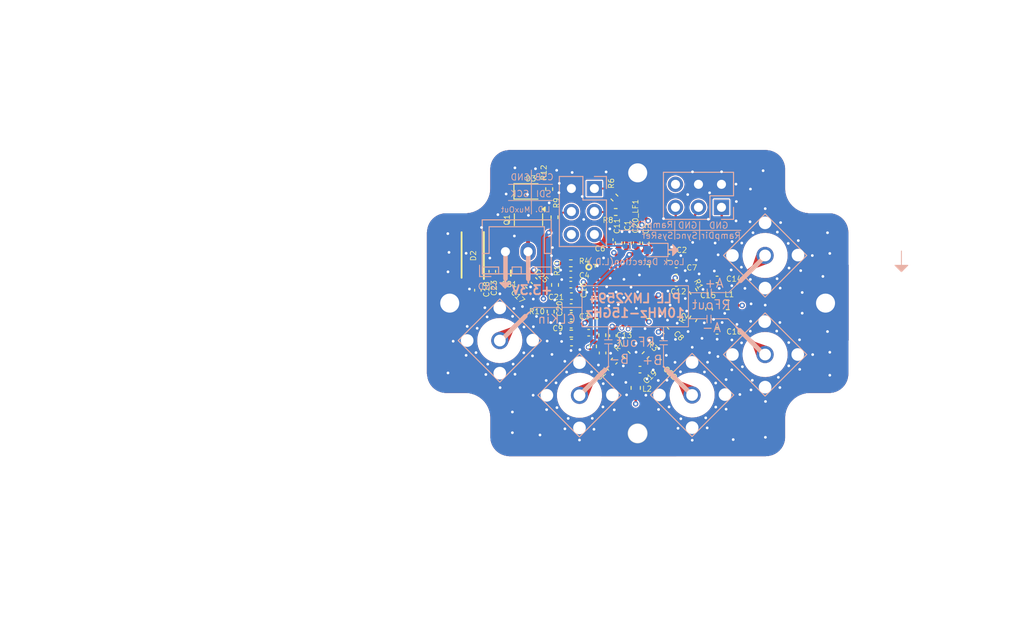
<source format=kicad_pcb>
(kicad_pcb (version 20240108) (generator "pcbnew") (generator_version "8.0")
  (layers (0 "F.Cu" signal) (1 "In1.Cu" signal) (2 "In2.Cu" signal) (31 "B.Cu" signal) (34 "B.Paste" user) (35 "F.Paste" user) (36 "B.SilkS" user "B.Silkscreen") (37 "F.SilkS" user "F.Silkscreen") (38 "B.Mask" user) (39 "F.Mask" user) (44 "Edge.Cuts" user))
  (net 0 "")
  (net 1 "Net-(U1-CE)")
  (net 2 "GND")
  (net 3 "Net-(U1-VBIASVCO)")
  (net 4 "/RAMPCIK")
  (net 5 "/VCC")
  (net 6 "/OSCINP-")
  (net 7 "/OSCINP+")
  (net 8 "Net-(U1-VREGIN)")
  (net 9 "/CPOUT")
  (net 10 "/SDI")
  (net 11 "/SCK")
  (net 12 "/MUXOUT")
  (net 13 "/RFoutAM-")
  (net 14 "/RFoutAM+")
  (net 15 "/CSB")
  (net 16 "Net-(U1-VBIASVCO2)")
  (net 17 "/RAMPDIR")
  (net 18 "Net-(U1-VREFVCO2)")
  (net 19 "/SYNC")
  (net 20 "/SYSREFREQ")
  (net 21 "Net-(U1-VBIASVARAC)")
  (net 22 "/VTUNER")
  (net 23 "Net-(U1-VREFVCO)")
  (net 24 "Net-(U1-VREGVCO)")
  (net 25 "Net-(C15-Pad2)")
  (net 26 "Net-(C21-Pad2)")
  (net 27 "Net-(C21_LF1-Pad2)")
  (net 28 "Net-(C22_LF1-Pad1)")
  (net 29 "Net-(D1-A)")
  (net 30 "/RFoutBM+")
  (net 31 "/RFoutBM-")
  (net 32 "Net-(J1-In)")
  (net 33 "Net-(C19-Pad2)")
  (net 34 "Net-(J6-In)")
  (net 35 "Net-(J9-In)")
  (net 36 "Net-(J7-In)")
  (net 37 "Net-(J8-In)")
  (net 38 "Net-(J2-Pin_2)")
  (net 39 "Net-(D2-K)")
  (net 40 "Net-(D3-A)")
  (net 41 "Net-(J10-Pin_4)")
  (net 42 "Net-(J10-Pin_3)")
  (net 43 "Net-(J10-Pin_1)")
  (net 44 "Net-(J10-Pin_5)")
  (footprint "Capacitor_SMD:C_0402_1005Metric" (layer "F.Cu") (at 150.62 71.75 90)
    (property "Reference" "C5")
    (property "Value" "10uF")
  )
  (footprint "Capacitor_SMD:C_0402_1005Metric" (layer "F.Cu") (at 142.34 75.21 180)
    (property "Reference" "C4")
    (property "Value" "10uF")
  )
  (footprint "Capacitor_SMD:C_0402_1005Metric" (layer "F.Cu") (at 142.42 82.75)
    (property "Reference" "C23_LF1" (hide yes))
    (property "Value" "330 pF")
  )
  (footprint "Resistor_SMD:R_0402_1005Metric" (layer "F.Cu") (at 148.51 84.11 135)
    (property "Reference" "R7")
    (property "Value" "50")
  )
  (footprint "Resistor_SMD:R_0402_1005Metric" (layer "F.Cu") (at 140.6 76.38 90)
    (property "Reference" "R11")
    (property "Value" "51")
  )
  (footprint "Capacitor_SMD:C_0402_1005Metric" (layer "F.Cu") (at 158.496 75.774 180)
    (property "Reference" "C14")
    (property "Value" "0.1uF")
  )
  (footprint "Capacitor_SMD:C_0402_1005Metric" (layer "F.Cu") (at 142.39 79.8 180)
    (property "Reference" "C3")
    (property "Value" "1uF")
  )
  (footprint "MUSIC_Lab:Bead0603 BEADC1608X100N" (layer "F.Cu") (at 135.72 75.07)
    (property "Reference" "FB1")
    (property "Value" "Bead MG1608-152Y" (hide yes))
  )
  (footprint "Capacitor_SMD:C_0402_1005Metric" (layer "F.Cu") (at 153.16 73.33)
    (property "Reference" "C2")
    (property "Value" "10uF")
  )
  (footprint "Resistor_SMD:R_0402_1005Metric" (layer "F.Cu") (at 142.339999 73.99)
    (property "Reference" "R4")
    (property "Value" "100k")
  )
  (footprint "Capacitor_SMD:C_0402_1005Metric" (layer "F.Cu") (at 142.34 76.34 180)
    (property "Reference" "C10")
    (property "Value" "1uF")
  )
  (footprint "MUSIC_Lab:TVS DIOM5226X230N" (layer "F.Cu") (at 131.572 73.152 90)
    (property "Reference" "D2")
    (property "Value" "TVS SMAJ3.3A-TP" (hide yes))
  )
  (footprint "Resistor_SMD:R_0402_1005Metric" (layer "F.Cu") (at 140.54 68.9 -90)
    (property "Reference" "R9")
    (property "Value" "12K")
  )
  (footprint "Resistor_SMD:R_0402_1005Metric" (layer "F.Cu") (at 147.3 68.32 180)
    (property "Reference" "R8")
    (property "Value" "12K")
  )
  (footprint "Diode_SMD:D_SOD-323" (layer "F.Cu") (at 137.668 66.04)
    (property "Reference" "D3")
    (property "Value" "D_Schottky")
  )
  (footprint "Resistor_SMD:R_0402_1005Metric" (layer "F.Cu") (at 142.39 81.76 180)
    (property "Reference" "R7_LF1" (hide yes))
    (property "Value" "15")
  )
  (footprint "MUSIC_Lab:Outline_3x2_cavity_1.5mm" (layer "F.Cu") (at 79.556252 103.871921)
    (property "Reference" "outline1" (hide yes))
    (property "Value" "~" (hide yes))
    (fp_circle (center 70.163748 -11.081921) (end 70.163748 -12.131921) (stroke (width 0.1)) (fill none) (layer "Edge.Cuts"))
    (fp_poly (pts (arc (start 53.907539 -10.683414) (mid 54.522614 -9.198523) (end 56.007491 -8.583414)) (arc (start 84.347539 -8.583413) (mid 85.832429 -9.198514) (end 86.447539 -10.683401)) (arc (start 86.447539 -12.783401) (mid 87.267035 -14.754369) (end 89.242316 -15.563414)) (arc (start 91.327539 -15.563414) (mid 92.812429 -16.178514) (end 93.427539 -17.663401)) (arc (start 93.427539 -33.319696) (mid 92.806647 -34.794049) (end 91.327491 -35.403414)) (arc (start 89.227491 -35.403414) (mid 87.26178 -36.217689) (end 86.447539 -38.183414)) (arc (start 86.447539 -40.266906) (mid 85.838239 -41.762457) (end 84.347491 -42.383415)) (arc (start 55.994958 -42.383414) (mid 54.518224 -41.763835) (end 53.907539 -40.283401)) (arc (start 53.907539 -38.1834) (mid 53.093262 -36.217681) (end 51.127539 -35.403414)) (arc (start 49.014958 -35.403414) (mid 47.538224 -34.783835) (end 46.927539 -33.303401)) (arc (start 46.927539 -17.663414) (mid 47.542614 -16.178523) (end 49.027491 -15.563414)) (arc (start 51.127391 -15.563414) (mid 53.086569 -14.755788) (end 53.907539 -12.802164))) (stroke (width 0.0001)) (fill none) (layer "Edge.Cuts"))
  )
  (footprint "Capacitor_SMD:C_0402_1005Metric" (layer "F.Cu") (at 146.9898 81.9912 90)
    (property "Reference" "C13")
    (property "Value" "1uF")
  )
  (footprint "Capacitor_SMD:C_0402_1005Metric" (layer "F.Cu") (at 152.8318 81.4324 -45)
    (property "Reference" "C8")
    (property "Value" "0.1uF")
  )
  (footprint "Capacitor_SMD:C_0402_1005Metric" (layer "F.Cu") (at 148.63 71.73 90)
    (property "Reference" "C1")
    (property "Value" "10uF")
  )
  (footprint "Resistor_SMD:R_0402_1005Metric" (layer "F.Cu") (at 140.12 79.32 90)
    (property "Reference" "R10")
    (property "Value" "51")
  )
  (footprint "Capacitor_SMD:C_0402_1005Metric" (layer "F.Cu") (at 157.61 79.05 90)
    (property "Reference" "C15")
    (property "Value" "0.01uF")
  )
  (footprint "Resistor_SMD:R_0402_1005Metric" (layer "F.Cu") (at 147.16 66.72 135)
    (property "Reference" "R6")
    (property "Value" "12K")
  )
  (footprint "Resistor_SMD:R_0402_1005Metric" (layer "F.Cu") (at 139.954 65.786 -90)
    (property "Reference" "R12")
    (property "Value" "10 kohm")
  )
  (footprint "Capacitor_SMD:C_0402_1005Metric" (layer "F.Cu") (at 142.38 80.78 180)
    (property "Reference" "C9")
    (property "Value" "1uF")
  )
  (footprint "Resistor_SMD:R_0402_1005Metric" (layer "F.Cu") (at 144.79 83.17 90)
    (property "Reference" "R5_LF1" (hide yes))
    (property "Value" "22")
  )
  (footprint "Capacitor_SMD:C_0402_1005Metric" (layer "F.Cu") (at 147.12 84.8 45)
    (property "Reference" "C24")
    (property "Value" "0.1uF")
  )
  (footprint "Capacitor_SMD:C_0402_1005Metric" (layer "F.Cu") (at 133.67 74.88 -90)
    (property "Reference" "C23")
    (property "Value" "1uF")
  )
  (footprint "Capacitor_SMD:C_0402_1005Metric" (layer "F.Cu") (at 147.62 71.72 90)
    (property "Reference" "C11")
    (property "Value" "1uF")
  )
  (footprint "Capacitor_SMD:C_0402_1005Metric" (layer "F.Cu") (at 145.85 83.9 90)
    (property "Reference" "C21_LF1" (hide yes))
    (property "Value" "C_Small")
  )
  (footprint "MUSIC_Lab:LMX2594-QFN41N" (layer "F.Cu") (at 148.0368 77.1144)
    (property "Reference" "U1" (hide yes))
    (property "Value" "~" (hide yes))
  )
  (footprint "Resistor_SMD:R_0402_1005Metric" (layer "F.Cu") (at 155.86 77.09 118)
    (property "Reference" "R1")
    (property "Value" "50")
  )
  (footprint "Capacitor_SMD:C_0402_1005Metric" (layer "F.Cu") (at 149.98 85.74 180)
    (property "Reference" "C19")
    (property "Value" "0.01uF")
  )
  (footprint "Capacitor_SMD:C_0402_1005Metric" (layer "F.Cu") (at 153.98 74.84)
    (property "Reference" "C7")
    (property "Value" "10uF")
  )
  (footprint "Capacitor_SMD:C_0402_1005Metric" (layer "F.Cu") (at 151.99 84.83 135)
    (property "Reference" "C22")
    (property "Value" "0.1uF")
  )
  (footprint "Resistor_SMD:R_0402_1005Metric" (layer "F.Cu") (at 145.82 81.93 90)
    (property "Reference" "R6_LF1" (hide yes))
    (property "Value" "0")
  )
  (footprint "Capacitor_SMD:C_0402_1005Metric" (layer "F.Cu") (at 137.18 76.92 135)
    (property "Reference" "C17")
    (property "Value" "0.1 uF")
  )
  (footprint "Capacitor_SMD:C_0402_1005Metric" (layer "F.Cu") (at 142.41 77.62 180)
    (property "Reference" "C21")
    (property "Value" "0.1uF")
  )
  (footprint "Capacitor_SMD:C_0402_1005Metric" (layer "F.Cu") (at 158.496 81.454 180)
    (property "Reference" "C16")
    (property "Value" "0.1uF")
  )
  (footprint "Capacitor_SMD:C_0402_1005Metric" (layer "F.Cu") (at 153.99 76.16)
    (property "Reference" "C12")
    (property "Value" "1uF")
  )
  (footprint "Resistor_SMD:R_0402_1005Metric" (layer "F.Cu") (at 150.6 84.14 45)
    (property "Reference" "R3")
    (property "Value" "50")
  )
  (footprint "Capacitor_SMD:C_0402_1005Metric" (layer "F.Cu") (at 149.62 71.73 -90)
    (property "Reference" "C20_LF1")
    (property "Value" "2.2nF")
  )
  (footprint "Inductor_SMD:L_0603_1608Metric" (layer "F.Cu") (at 159.67 78.6 180)
    (property "Reference" "L1")
    (property "Value" "18nH")
  )
  (footprint "Capacitor_SMD:C_0402_1005Metric" (layer "F.Cu") (at 132.08 76.962 90)
    (property "Reference" "C18")
    (property "Value" "10 uF")
  )
  (footprint "Capacitor_SMD:C_0402_1005Metric" (layer "F.Cu") (at 146.64 71.38 90)
    (property "Reference" "C6")
    (property "Value" "1uF")
  )
  (footprint "Inductor_SMD:L_0603_1608Metric" (layer "F.Cu") (at 149.51 87.76 90)
    (property "Reference" "L2")
    (property "Value" "18nH")
  )
  (footprint "Capacitor_SMD:C_0402_1005Metric" (layer "F.Cu") (at 142.38 78.82)
    (property "Reference" "C20")
    (property "Value" "0.1uF")
  )
  (footprint "Capacitor_SMD:C_0402_1005Metric" (layer "F.Cu") (at 138.28 75.91 135)
    (property "Reference" "C25")
    (property "Value" "0.1nF")
  )
  (footprint "Capacitor_SMD:C_0402_1005Metric" (layer "F.Cu") (at 144.32 81.66)
    (property "Reference" "C22_LF1" (hide yes))
    (property "Value" "470nF")
  )
  (footprint "Package_TO_SOT_SMD:SOT-23" (layer "F.Cu") (at 137.668 69.166499 -90)
    (property "Reference" "Q1")
    (property "Value" "Q_PMOS_GSD")
  )
  (footprint "Resistor_SMD:R_0402_1005Metric" (layer "F.Cu") (at 155.86 80.13 -118)
    (property "Reference" "R2")
    (property "Value" "50")
  )
  (footprint "MUSIC_Lab:SMA_KHD_Back" (layer "B.Cu") (at 134.5 82.526245 -135)
    (property "Reference" "J9" (hide yes))
    (property "Value" "Conn_Coaxial" (hide yes))
  )
  (footprint "Resistor_SMD:R_0402_1005Metric" (layer "B.Cu") (at 148.85 72.05)
    (property "Reference" "R5" (hide yes))
    (property "Value" "330")
  )
  (footprint "MUSIC_Lab:SMA_KHD_Back" (layer "B.Cu") (at 163.796245 84.07 -45)
    (property "Reference" "J6" (hide yes))
    (property "Value" "Conn_Coaxial" (hide yes))
  )
  (footprint "MUSIC_Lab:SMA_KHD_Back" (layer "B.Cu") (at 155.735471 88.542426 -135)
    (property "Reference" "J7" (hide yes))
    (property "Value" "Conn_Coaxial" (hide yes))
  )
  (footprint "MUSIC_Lab:SMA_KHD_Back" (layer "B.Cu") (at 143.3 88.576245 -135)
    (property "Reference" "J8" (hide yes))
    (property "Value" "Conn_Coaxial" (hide yes))
  )
  (footprint "LED_SMD:LED_0603_1608Metric" (layer "B.Cu") (at 151.59 72.52 180)
    (property "Reference" "D1" (hide yes))
    (property "Value" "LED")
  )
  (footprint "MUSIC_Lab:SMA_KHD_Back" (layer "B.Cu") (at 163.795471 73.122426 -135)
    (property "Reference" "J1" (hide yes))
    (property "Value" "Conn_Coaxial" (hide yes))
  )
  (footprint "Connector_JST:JST_XH_B2B-XH-A_1x02_P2.50mm_Vertical" (layer "B.Cu") (at 135.12 72.7)
    (property "Reference" "J2" (hide yes))
    (property "Value" "Conn_01x02_Pin")
  )
  (footprint "Connector_PinHeader_2.54mm:PinHeader_2x03_P2.54mm_Vertical" (layer "B.Cu") (at 158.98 67.8 90)
    (property "Reference" "J4" (hide yes))
    (property "Value" "Conn_02x03_Odd_Even")
  )
  (footprint "Connector_PinHeader_2.54mm:PinHeader_2x03_P2.54mm_Vertical" (layer "B.Cu") (at 144.945 65.725 180)
    (property "Reference" "J10" (hide yes))
    (property "Value" "Conn_02x03_Odd_Even")
  )
  (gr_line (start 146.5 82.91) (end 146.5 85.39) (stroke (width 0.1)) (layer "B.SilkS"))
  (gr_line (start 137.317838 79.832162) (end 137.71 79.44) (stroke (width 0.2)) (layer "B.SilkS"))
  (gr_line (start 160.992162 81.392162) (end 160.6 81) (stroke (width 0.2)) (layer "B.SilkS"))
  (gr_line (start 135.1288 72.491) (end 135.1288 75.69) (stroke (width 0.5)) (layer "B.SilkS"))
  (gr_line (start 163.416831 83.816831) (end 160.992162 81.392162) (stroke (width 0.5)) (layer "B.SilkS"))
  (gr_line (start 161.115 70.35) (end 147.66 70.35) (stroke (width 0.1)) (layer "B.SilkS"))
  (gr_line (start 163.50075 73.49925) (end 161.076081 75.923919) (stroke (width 0.5)) (layer "B.SilkS"))
  (gr_line (start 140.93 78.87464) (end 138.29 78.87464) (stroke (width 0.1)) (layer "B.SilkS"))
  (gr_line (start 140.315 65.26) (end 135.465 65.26) (stroke (width 0.1)) (layer "B.SilkS"))
  (gr_line (start 140.305 67.05) (end 135.455 67.05) (stroke (width 0.1)) (layer "B.SilkS"))
  (gr_line (start 153.82 69.33) (end 153.82 71.33) (stroke (width 0.1)) (layer "B.SilkS"))
  (gr_line (start 141.370266 79.289546) (end 141.370266 78.440266) (stroke (width 0.1)) (layer "B.SilkS"))
  (gr_line (start 157.86 77.22) (end 159.78 77.22) (stroke (width 0.1)) (layer "B.SilkS"))
  (gr_line (start 152.972162 85.792162) (end 152.58 85.4) (stroke (width 0.2)) (layer "B.SilkS"))
  (gr_line (start 156.57 69.38) (end 156.57 71.38) (stroke (width 0.1)) (layer "B.SilkS"))
  (gr_line (start 152.58 81.01) (end 152.58 82.55) (stroke (width 0.1)) (layer "B.SilkS"))
  (gr_line (start 152.170454 82.990266) (end 153.019734 82.990266) (stroke (width 0.1)) (layer "B.SilkS"))
  (gr_line (start 146.06072 82.45) (end 146.91 82.45) (stroke (width 0.1)) (layer "B.SilkS"))
  (gr_line (start 160.683919 76.316081) (end 159.800617 77.199383) (stroke (width 0.1)) (layer "B.SilkS"))
  (gr_line (start 152.16072 82.55) (end 153.01 82.55) (stroke (width 0.1)) (layer "B.SilkS"))
  (gr_line (start 137.65 75.83) (end 137.65 76.13) (stroke (width 0.2)) (layer "B.SilkS"))
  (gr_line (start 143.683169 88.206831) (end 146.107838 85.782162) (stroke (width 0.5)) (layer "B.SilkS"))
  (gr_line (start 155.396831 88.216831) (end 152.972162 85.792162) (stroke (width 0.5)) (layer "B.SilkS"))
  (gr_line (start 146.107838 85.782162) (end 146.5 85.39) (stroke (width 0.2)) (layer "B.SilkS"))
  (gr_line (start 137.985 63.69) (end 137.985 68.54) (stroke (width 0.1)) (layer "B.SilkS"))
  (gr_line (start 153.145001 72.51) (end 153.714999 72.51) (stroke (width 0.2)) (layer "B.SilkS"))
  (gr_line (start 155.34 77.24) (end 157.4 77.24) (stroke (width 0.1)) (layer "B.SilkS"))
  (gr_line (start 178.85 73.76) (end 178.85 72.63) (stroke (width 0.1)) (layer "B.SilkS"))
  (gr_line (start 160.6 81) (end 159.716698 80.116698) (stroke (width 0.1)) (layer "B.SilkS"))
  (gr_line (start 138.277083 78.872917) (end 137.71 79.44) (stroke (width 0.1)) (layer "B.SilkS"))
  (gr_line (start 137.6434 72.5164) (end 137.6434 75.72) (stroke (width 0.5)) (layer "B.SilkS"))
  (gr_line (start 157.850266 77.669546) (end 157.850266 76.820266) (stroke (width 0.1)) (layer "B.SilkS"))
  (gr_line (start 155.34 80.12) (end 157.38 80.12) (stroke (width 0.1)) (layer "B.SilkS"))
  (gr_rect (start 143.58 76.46) (end 155.33 81.01) (stroke (width 0.1)) (fill none) (layer "B.SilkS"))
  (gr_line (start 141.370266 78.864906) (end 143.530266 78.864906) (stroke (width 0.1)) (layer "B.SilkS"))
  (gr_line (start 157.38 80.57928) (end 157.38 79.73) (stroke (width 0.1)) (layer "B.SilkS"))
  (gr_line (start 146.5 81.01) (end 146.5 82.41) (stroke (width 0.1)) (layer "B.SilkS"))
  (gr_line (start 140.93 79.29928) (end 140.93 78.45) (stroke (width 0.1)) (layer "B.SilkS"))
  (gr_poly (pts (xy 153.595 71.9388) (xy 153.595 73.1188) (xy 154.165 72.5512)) (stroke (width 0.15)) (fill solid) (layer "B.SilkS"))
  (gr_line (start 157.84 80.12) (end 159.72 80.12) (stroke (width 0.1)) (layer "B.SilkS"))
  (gr_line (start 135.1288 75.69) (end 135.1288 76.26) (stroke (width 0.2)) (layer "B.SilkS"))
  (gr_line (start 157.41 77.67928) (end 157.41 76.83) (stroke (width 0.1)) (layer "B.SilkS"))
  (gr_line (start 152.58 83) (end 152.58 85.4) (stroke (width 0.1)) (layer "B.SilkS"))
  (gr_line (start 146.070454 82.890266) (end 146.919734 82.890266) (stroke (width 0.1)) (layer "B.SilkS"))
  (gr_poly (pts (xy 178.14 74.21) (xy 179.56 74.21) (xy 178.87 74.9) (xy 178.83 74.9)) (stroke (width 0.1)) (fill solid) (layer "B.SilkS"))
  (gr_line (start 178.85 74.3) (end 178.85 73.76) (stroke (width 0.1)) (layer "B.SilkS"))
  (gr_line (start 134.893169 82.256831) (end 137.317838 79.832162) (stroke (width 0.5)) (layer "B.SilkS"))
  (gr_poly (pts (xy 135.7 76.14) (xy 134.52 76.14) (xy 135.0876 76.71)) (stroke (width 0.15)) (fill solid) (layer "B.SilkS"))
  (gr_line (start 157.820266 80.569546) (end 157.820266 79.720266) (stroke (width 0.1)) (layer "B.SilkS"))
  (gr_line (start 161.076081 75.923919) (end 160.683919 76.316081) (stroke (width 0.2)) (layer "B.SilkS"))
  (gr_text "MuxOut" (at 137.915 68.41 0) (layer "B.SilkS") (effects (font (size 0.6 0.6) (thickness 0.08)) (justify left bottom mirror)))
  (gr_text "+3.3V" (at 140.44 77.53 0) (layer "B.SilkS") (effects (font (size 1 1) (thickness 0.2) (bold yes)) (justify left bottom mirror)))
  (gr_text "GND" (at 134.27 76.96 0) (layer "B.SilkS") (effects (font (size 0.7 0.7) (thickness 0.09)) (justify left bottom mirror)))
  (gr_text "SCK" (at 137.785 66.71 0) (layer "B.SilkS") (effects (font (size 0.7 0.7) (thickness 0.09)) (justify left bottom mirror)))
  (gr_text "RFout" (at 149.5 83.29 0) (layer "B.SilkS") (effects (font (size 1 1) (thickness 0.12)) (justify bottom mirror)))
  (gr_text "RampDir" (at 161.17 71.33 0) (layer "B.SilkS") (effects (font (size 0.7 0.7) (thickness 0.09)) (justify left bottom mirror)))
  (gr_text "A-" (at 157.88 81.68 0) (layer "B.SilkS") (effects (font (size 1 1) (thickness 0.12)) (justify bottom mirror)))
  (gr_text "SysRef" (at 153.71 71.33 0) (layer "B.SilkS") (effects (font (size 0.7 0.7) (thickness 0.09)) (justify left bottom mirror)))
  (gr_text "B+" (at 151.33 85.28 0) (layer "B.SilkS") (effects (font (size 1 1) (thickness 0.12)) (justify bottom mirror)))
  (gr_text "A+" (at 158.17 76.77 0) (layer "B.SilkS") (effects (font (size 1 1) (thickness 0.12)) (justify bottom mirror)))
  (gr_text "RFout" (at 157.86 79.15 0) (layer "B.SilkS") (effects (font (size 1 1) (thickness 0.12)) (justify bottom mirror)))
  (gr_text "SDI" (at 140.265 66.73 0) (layer "B.SilkS") (effects (font (size 0.7 0.7) (thickness 0.09)) (justify left bottom mirror)))
  (gr_text "B-" (at 147.66 85.17 0) (layer "B.SilkS") (effects (font (size 1 1) (thickness 0.12)) (justify bottom mirror)))
  (gr_text "GND" (at 137.895 64.88 0) (layer "B.SilkS") (effects (font (size 0.7 0.7) (thickness 0.09)) (justify left bottom mirror)))
  (gr_text "Sync" (at 156.4 71.33 0) (layer "B.SilkS") (effects (font (size 0.7 0.7) (thickness 0.09)) (justify left bottom mirror)))
  (gr_text "GND" (at 159.8 70.21 0) (layer "B.SilkS") (effects (font (size 0.7 0.7) (thickness 0.09)) (justify left bottom mirror)))
  (gr_text "PLL LMX2594\n10MHz-15GHz" (at 149.45 80.06 0) (layer "B.SilkS") (effects (font (size 1 1) (thickness 0.2)) (justify bottom mirror)))
  (gr_text "CSB" (at 140.495 64.87 0) (layer "B.SilkS") (effects (font (size 0.7 0.7) (thickness 0.09)) (justify left bottom mirror)))
  (gr_text "Lock Detection(L.D.)" (at 154.96 74.23 0) (layer "B.SilkS") (effects (font (size 0.7 0.7) (thickness 0.09)) (justify left bottom mirror)))
  (gr_text "RampCLK" (at 153.69 70.13 0) (layer "B.SilkS") (effects (font (size 0.7 0.7) (thickness 0.09)) (justify left bottom mirror)))
  (gr_text "L.D." (at 139.235 68.38 0) (layer "B.SilkS") (effects (font (size 0.6 0.6) (thickness 0.08)) (justify bottom mirror)))
  (gr_text "GND" (at 156.37 70.2 0) (layer "B.SilkS") (effects (font (size 0.7 0.7) (thickness 0.09)) (justify left bottom mirror)))
  (gr_text "CLKin" (at 142.96 80.74 0) (layer "B.SilkS") (effects (font (size 1 1) (thickness 0.12)) (justify left bottom mirror)))
  (segment (start 145.0968 74.8644) (end 143.724398 74.8644) (width 0.25) (layer "F.Cu") (net 1))
  (segment (start 143.724398 74.8644) (end 142.849998 73.99) (width 0.25) (layer "F.Cu") (net 1))
  (segment (start 172.3039 78.6287) (end 172.2882 78.613) (width 0.25) (layer "F.Cu") (net 2))
  (segment (start 146.2868 75.3644) (end 148.0368 77.1144) (width 0.25) (layer "F.Cu") (net 2))
  (segment (start 145.0968 76.3644) (end 147.2868 76.3644) (width 0.25) (layer "F.Cu") (net 2))
  (segment (start 145.0968 77.3644) (end 147.7868 77.3644) (width 0.25) (layer "F.Cu") (net 2))
  (segment (start 145.0968 75.3644) (end 146.2868 75.3644) (width 0.25) (layer "F.Cu") (net 2))
  (segment (start 148.2868 77.3644) (end 148.0368 77.1144) (width 0.25) (layer "F.Cu") (net 2))
  (segment (start 150.2868 74.1744) (end 150.2418 74.2194) (width 0.25) (layer "F.Cu") (net 2))
  (segment (start 148.7868 74.1744) (end 148.7868 76.3644) (width 0.25) (layer "F.Cu") (net 2))
  (segment (start 150.2418 74.9094) (end 148.0368 77.1144) (width 0.25) (layer "F.Cu") (net 2))
  (segment (start 147.2868 76.3644) (end 148.0368 77.1144) (width 0.25) (layer "F.Cu") (net 2))
  (segment (start 150.2418 74.2194) (end 150.2418 74.9094) (width 0.25) (layer "F.Cu") (net 2))
  (segment (start 147.7868 77.3644) (end 148.0368 77.1144) (width 0.25) (layer "F.Cu") (net 2))
  (segment (start 150.9768 77.3644) (end 148.2868 77.3644) (width 0.25) (layer "F.Cu") (net 2))
  (segment (start 148.7868 76.3644) (end 148.0368 77.1144) (width 0.25) (layer "F.Cu") (net 2))
  (via (at 166.41 82.75) (size 0.5) (drill 0.3) (layers "F.Cu" "B.Cu") (net 2))
  (via (at 135.91 79.85) (size 0.5) (drill 0.3) (layers "F.Cu" "B.Cu") (net 2))
  (via (at 159.49 90.11) (size 0.5) (drill 0.3) (layers "F.Cu" "B.Cu") (net 2))
  (via (at 152.07 83.41) (size 0.5) (drill 0.3) (layers "F.Cu" "B.Cu") (net 2))
  (via (at 147.14 90.18) (size 0.5) (drill 0.3) (layers "F.Cu" "B.Cu") (net 2))
  (via (at 155.25 66.39) (size 0.5) (drill 0.3) (layers "F.Cu" "B.Cu") (net 2))
  (via (at 159.34 79.52) (size 0.5) (drill 0.3) (layers "F.Cu" "B.Cu") (net 2))
  (via (at 154.09 80.61) (size 0.5) (drill 0.3) (layers "F.Cu" "B.Cu") (net 2))
  (via (at 165.26 86.59) (size 0.5) (drill 0.3) (layers "F.Cu" "B.Cu") (net 2))
  (via (at 160.12 76.47) (size 0.5) (drill 0.3) (layers "F.Cu" "B.Cu") (net 2))
  (via (at 152.45 82.26) (size 0.5) (drill 0.3) (layers "F.Cu" "B.Cu") (net 2))
  (via (at 158.73 76.76) (size 0.5) (drill 0.3) (layers "F.Cu" "B.Cu") (net 2))
  (via (at 170.688 81.534) (size 0.5) (drill 0.3) (layers "F.Cu" "B.Cu") (net 2))
  (via (at 167.6 82.44) (size 0.5) (drill 0.3) (layers "F.Cu" "B.Cu") (net 2))
  (via (at 142.36 83.63) (size 0.5) (drill 0.3) (layers "F.Cu" "B.Cu") (net 2))
  (via (at 148.42 87.15) (size 0.5) (drill 0.3) (layers "F.Cu" "B.Cu") (net 2))
  (via (at 146.3 76.58) (size 0.5) (drill 0.3) (layers "F.Cu" "B.Cu") (net 2))
  (via (at 141.68 84.82) (size 0.5) (drill 0.3) (layers "F.Cu" "B.Cu") (net 2))
  (via (at 155.29 81.53) (size 0.5) (drill 0.3) (layers "F.Cu" "B.Cu") (net 2))
  (via (at 130.78 84.16) (size 0.5) (drill 0.3) (layers "F.Cu" "B.Cu") (net 2))
  (via (at 162.46 70.61) (size 0.5) (drill 0.3) (layers "F.Cu" "B.Cu") (net 2))
  (via (at 141.07 65.15) (size 0.5) (drill 0.3) (layers "F.Cu" "B.Cu") (net 2))
  (via (at 160.62 67.16) (size 0.5) (drill 0.3) (layers "F.Cu" "B.Cu") (net 2))
  (via (at 141.88 86.01) (size 0.5) (drill 0.3) (layers "F.Cu" "B.Cu") (net 2))
  (via (at 138.21 81) (size 0.5) (drill 0.3) (layers "F.Cu" "B.Cu") (net 2))
  (via (at 141.13 80.63) (size 0.5) (drill 0.3) (layers "F.Cu" "B.Cu") (net 2))
  (via (at 149.92 75.28) (size 0.5) (drill 0.3) (layers "F.Cu" "B.Cu") (net 2))
  (via (at 145.89 89.86) (size 0.5) (drill 0.3) (layers "F.Cu" "B.Cu") (net 2))
  (via (at 155.78 63.88) (size 0.5) (drill 0.3) (layers "F.Cu" "B.Cu") (net 2))
  (via (at 161.01 88.49) (size 0.5) (drill 0.3) (layers "F.Cu" "B.Cu") (net 2))
  (via (at 149.55 82.83) (size 0.5) (drill 0.3) (layers "F.Cu" "B.Cu") (net 2))
  (via (at 134.51 77.36) (size 0.5) (drill 0.3) (layers "F.Cu" "B.Cu") (net 2))
  (via (at 146.54 78.69) (size 0.5) (drill 0.3) (layers "F.Cu" "B.Cu") (net 2))
  (via (at 153.31 78.61) (size 0.5) (drill 0.3) (layers "F.Cu" "B.Cu") (net 2))
  (via (at 145.39 85.23) (size 0.5) (drill 0.3) (layers "F.Cu" "B.Cu") (net 2))
  (via (at 166.41 85.32) (size 0.5) (drill 0.3) (layers "F.Cu" "B.Cu") (net 2))
  (via (at 139.62 86.94) (size 0.5) (drill 0.3) (layers "F.Cu" "B.Cu") (net 2))
  (via (at 146.74 83.93) (size 0.5) (drill 0.3) (layers "F.Cu" "B.Cu") (net 2))
  (via (at 148.09 82.25) (size 0.5) (drill 0.3) (layers "F.Cu" "B.Cu") (net 2))
  (via (at 140.26 84.06) (size 0.5) (drill 0.3) (layers "F.Cu" "B.Cu") (net 2))
  (via (at 170.942 83.82) (size 0.5) (drill 0.3) (layers "F.Cu" "B.Cu") (net 2))
  (via (at 162.179 65.786) (size 0.5) (drill 0.3) (layers "F.Cu" "B.Cu") (net 2))
  (via (at 130.9 80.96) (size 0.5) (drill 0.3) (layers "F.Cu" "B.Cu") (net 2))
  (via (at 140.25 75.21) (size 0.5) (drill 0.3) (layers "F.Cu" "B.Cu") (net 2))
  (via (at 159.49 86.84) (size 0.5) (drill 0.3) (layers "F.Cu" "B.Cu") (net 2))
  (via (at 158.61 73.05) (size 0.5) (drill 0.3) (layers "F.Cu" "B.Cu") (net 2))
  (via (at 161.2 82.78) (size 0.5) (drill 0.3) (layers "F.Cu" "B.Cu") (net 2))
  (via (at 160.69 80.74) (size 0.5) (drill 0.3) (layers "F.Cu" "B.Cu") (net 2))
  (via (at 140.208 73.152) (size 0.5) (drill 0.3) (layers "F.Cu" "B.Cu") (net 2))
  (via (at 128.778 74.93) (size 0.5) (drill 0.3) (layers "F.Cu" "B.Cu") (net 2))
  (via (at 152.2 79.81) (size 0.5) (drill 0.3) (layers "F.Cu" "B.Cu") (net 2))
  (via (at 145.92 87.29) (size 0.5) (drill 0.3) (layers "F.Cu" "B.Cu") (net 2))
  (via (at 152.58 69.05) (size 0.5) (drill 0.3) (layers "F.Cu" "B.Cu") (net 2))
  (via (at 131.15 76.83) (size 0.5) (drill 0.3) (layers "F.Cu" "B.Cu") (net 2))
  (via (at 156.2 73.62) (size 0.5) (drill 0.3) (layers "F.Cu" "B.Cu") (net 2))
  (via (at 143.34 83.53) (size 0.5) (drill 0.3) (layers "F.Cu" "B.Cu") (net 2))
  (via (at 137.15 83.88) (size 0.5) (drill 0.3) (layers "F.Cu" "B.Cu") (net 2))
  (via (at 139.67 90.16) (size 0.5) (drill 0.3) (layers "F.Cu" "B.Cu") (net 2))
  (via (at 156.83 82.28) (size 0.5) (drill 0.3) (layers "F.Cu" "B.Cu") (net 2))
  (via (at 133.1 79.91) (size 0.5) (drill 0.3) (layers "F.Cu" "B.Cu") (net 2))
  (via (at 129.35 82.6) (size 0.5) (drill 0.3) (layers "F.Cu" "B.Cu") (net 2))
  (via (at 130.78 72.88) (size 0.5) (drill 0.3) (layers "F.Cu" "B.Cu") (net 2))
  (via (at 146.4 77.6) (size 0.5) (drill 0.3) (layers "F.Cu" "B.Cu") (net 2))
  (via (at 141.18 81.74) (size 0.5) (drill 0.3) (layers "F.Cu" "B.Cu") (net 2))
  (via (at 167.46 71.48) (size 0.5) (drill 0.3) (layers "F.Cu" "B.Cu") (net 2))
  (via (at 158.19 74.84) (size 0.5) (drill 0.3) (layers "F.Cu" "B.Cu") (net 2))
  (via (at 155.12 75.92) (size 0.5) (drill 0.3) (layers "F.Cu" "B.Cu") (net 2))
  (via (at 153.47 72.19) (size 0.5) (drill 0.3) (layers "F.Cu" "B.Cu") (net 2))
  (via (at 165.43 87.72) (size 0.5) (drill 0.3) (layers "F.Cu" "B.Cu") (net 2))
  (via (at 157.1 86) (size 0.5) (drill 0.3) (layers "F.Cu" "B.Cu") (net 2))
  (via (at 143.3 93.52) (size 0.5) (drill 0.3) (layers "F.Cu" "B.Cu") (net 2))
  (via (at 154.49 73.14) (size 0.5) (drill 0.3) (layers "F.Cu" "B.Cu") (net 2))
  (via (at 157.08 80.57) (size 0.5) (drill 0.3) (layers "F.Cu" "B.Cu") (net 2))
  (via (at 137.9 76.6) (size 0.5) (drill 0.3) (layers "F.Cu" "B.Cu") (net 2))
  (via (at 163.81 78.61) (size 0.5) (drill 0.3) (layers "F.Cu" "B.Cu") (net 2))
  (via (at 160.59 69.3) (size 0.5) (drill 0.3) (layers "F.Cu" "B.Cu") (net 2))
  (via (at 143.6 66.6) (size 0.5) (drill 0.3) (layers "F.Cu" "B.Cu") (net 2))
  (via (at 169.05 84.08) (size 0.5) (drill 0.3) (layers "F.Cu" "B.Cu") (net 2))
  (via (at 170.18 75.438) (size 0.5) (drill 0.3) (layers "F.Cu" "B.Cu") (net 2))
  (via (at 128.89 72.78) (size 0.5) (drill 0.3) (layers "F.Cu" "B.Cu") (net 2))
  (via (at 144.9 92.33) (size 0.5) (drill 0.3) (layers "F.Cu" "B.Cu") (net 2))
  (via (at 136.18 86.25) (size 0.5) (drill 0.3) (layers "F.Cu" "B.Cu") (net 2))
  (via (at 139.73 82.58) (size 0.5) (drill 0.3) (layers "F.Cu" "B.Cu") (net 2))
  (via (at 154.98 77.88) (size 0.5) (drill 0.3) (layers "F.Cu" "B.Cu") (net 2))
  (via (at 145.96 73.4) (size 0.5) (drill 0.3) (layers "F.Cu" "B.Cu") (net 2))
  (via (at 140.31 72.25) (size 0.5) (drill 0.3) (layers "F.Cu" "B.Cu") (net 2))
  (via (at 163.83 93.218) (size 0.5) (drill 0.3) (layers "F.Cu" "B.Cu") (net 2))
  (via (at 146.95 86.28) (size 0.5) (drill 0.3) (layers "F.Cu" "B.Cu") (net 2))
  (via (at 165.08 81.48) (size 0.5) (drill 0.3) (layers "F.Cu" "B.Cu") (net 2))
  (via (at 152.96 86.91) (size 0.5) (drill 0.3) (layers "F.Cu" "B.Cu") (net 2))
  (via (at 151.44 85.77) (size 0.5) (drill 0.3) (layers "F.Cu" "B.Cu") (net 2))
  (via (at 170.942 72.898) (size 0.5) (drill 0.3) (layers "F.Cu" "B.Cu") (net 2))
  (via (at 149.57 78.97) (size 0.5) (drill 0.3) (layers "F.Cu" "B.Cu") (net 2))
  (via (at 162.16 81.49) (size 0.5) (drill 0.3) (layers "F.Cu" "B.Cu") (net 2))
  (via (at 152.89 84.16) (size 0.5) (drill 0.3) (layers "F.Cu" "B.Cu") (net 2))
  (via (at 149.72 77.15) (size 0.5) (drill 0.3) (layers "F.Cu" "B.Cu") (net 2))
  (via (at 140.71 87.2) (size 0.5) (drill 0.3) (layers "F.Cu" "B.Cu") (net 2))
  (via (at 161.29 85.42) (size 0.5) (drill 0.3) (layers "F.Cu" "B.Cu") (net 2))
  (via (at 162.13 69.4) (size 0.5) (drill 0.3) (layers "F.Cu" "B.Cu") (net 2))
  (via (at 142.05 91.13) (size 0.5) (drill 0.3) (layers "F.Cu" "B.Cu") (net 2))
  (via (at 162.3822 86.9188) (size 0.5) (drill 0.3) (layers "F.Cu" "B.Cu") (net 2))
  (via (at 138.11 84.22) (size 0.5) (drill 0.3) (layers "F.Cu" "B.Cu") (net 2))
  (via (at 161.57 76.76) (size 0.5) (drill 0.3) (layers "F.Cu" "B.Cu") (net 2))
  (via (at 146.69 75.65) (size 0.5) (drill 0.3) (layers "F.Cu" "B.Cu") (net 2))
  (via (at 162.17 75.77) (size 0.5) (drill 0.3) (layers "F.Cu" "B.Cu") (net 2))
  (via (at 155.75 83.27) (size 0.5) (drill 0.3) (layers "F.Cu" "B.Cu") (net 2))
  (via (at 145.27 74.27) (size 0.5) (drill 0.3) (layers "F.Cu" "B.Cu") (net 2))
  (via (at 153.19 89.86) (size 0.5) (drill 0.3) (layers "F.Cu" "B.Cu") (net 2))
  (via (at 166.44 74.51) (size 0.5) (drill 0.3) (layers "F.Cu" "B.Cu") (net 2))
  (via (at 156.94 76.87) (size 0.5) (drill 0.3) (layers "F.Cu" "B.Cu") (net 2))
  (via (at 165.46 76.73) (size 0.5) (drill 0.3) (layers "F.Cu" "B.Cu") (net 2))
  (via (at 134.53 87.73) (size 0.5) (drill 0.3) (layers "F.Cu" "B.Cu") (net 2))
  (via (at 154.97 74.8) (size 0.5) (drill 0.3) (layers "F.Cu" "B.Cu") (net 2))
  (via (at 166.35 71.79) (size 0.5) (drill 0.3) (layers "F.Cu" "B.Cu") (net 2))
  (via (at 132 81.17) (size 0.5) (drill 0.3) (layers "F.Cu" "B.Cu") (net 2))
  (via (at 165.43 80.53) (size 0.5) (drill 0.3) (layers "F.Cu" "B.Cu") (net 2))
  (via (at 135.97 85.13) (size 0.5) (drill 0.3) (layers "F.Cu" "B.Cu") (net 2))
  (via (at 141.69 92.28) (size 0.5) (drill 0.3) (layers "F.Cu" "B.Cu") (net 2))
  (via (at 138.938 92.964) (size 0.5) (drill 0.3) (layers "F.Cu" "B.Cu") (net 2))
  (via (at 133.17 85.14) (size 0.5) (drill 0.3) (layers "F.Cu" "B.Cu") (net 2))
  (via (at 138.2 77.94) (size 0.5) (drill 0.3) (layers "F.Cu" "B.Cu") (net 2))
  (via (at 146.65 70.18) (size 0.5) (drill 0.3) (layers "F.Cu" "B.Cu") (net 2))
  (via (at 163.81 67.95) (size 0.5) (drill 0.3) (layers "F.Cu" "B.Cu") (net 2))
  (via (at 154.18 92.22) (size 0.5) (drill 0.3) (layers "F.Cu" "B.Cu") (net 2))
  (via (at 170.688 70.612) (size 0.5) (drill 0.3) (layers "F.Cu" "B.Cu") (net 2))
  (via (at 155.14 79.26) (size 0.5) (drill 0.3) (layers "F.Cu" "B.Cu") (net 2))
  (via (at 143.77 69.14) (size 0.5) (drill 0.3) (layers "F.Cu" "B.Cu") (net 2))
  (via (at 140.13 80.54) (size 0.5) (drill 0.3) (layers "F.Cu" "B.Cu") (net 2))
  (via (at 158.28 71.75) (size 0.5) (drill 0.3) (layers "F.Cu" "B.Cu") (net 2))
  (via (at 159.05 80.53) (size 0.5) (drill 0.3) (layers "F.Cu" "B.Cu") (net 2))
  (via (at 134.29 68.61) (size 0.5) (drill 0.3) (layers "F.Cu" "B.Cu") (net 2))
  (via (at 131.87 83.86) (size 0.5) (drill 0.3) (layers "F.Cu" "B.Cu") (net 2))
  (via (at 153.85 84.93) (size 0.5) (drill 0.3) (layers "F.Cu" "B.Cu") (net 2))
  (via (at 158.34 87.22) (size 0.5) (drill 0.3) (layers "F.Cu" "B.Cu") (net 2))
  (via (at 132.85 78.9) (size 0.5) (drill 0.3) (layers "F.Cu" "B.Cu") (net 2))
  (via (at 151.01 82.49) (size 0.5) (drill 0.3) (layers "F.Cu" "B.Cu") (net 2))
  (via (at 141.22 74.74) (size 0.5) (drill 0.3) (layers "F.Cu" "B.Cu") (net 2))
  (via (at 157.44 84.92) (size 0.5) (drill 0.3) (layers "F.Cu" "B.Cu") (net 2))
  (via (at 135.89 92.71) (size 0.5) (drill 0.3) (layers "F.Cu" "B.Cu") (net 2))
  (via (at 154.49 91.17) (size 0.5) (drill 0.3) (layers "F.Cu" "B.Cu") (net 2))
  (via (at 158.11 80.19) (size 0.5) (drill 0.3) (layers "F.Cu" "B.Cu") (net 2))
  (via (at 148.19 77.79) (size 0.5) (drill 0.3) (layers "F.Cu" "B.Cu") (net 2))
  (via (at 158.5 82.38) (size 0.5) (drill 0.3) (layers "F.Cu" "B.Cu") (net 2))
  (via (at 138.18 88.57) (size 0.5) (drill 0.3) (layers "F.Cu" "B.Cu") (net 2))
  (via (at 150.75 86.76) (size 0.5) (drill 0.3) (layers "F.Cu" "B.Cu") (net 2))
  (via (at 157.24 91.07) (size 0.5) (drill 0.3) (layers "F.Cu" "B.Cu") (net 2))
  (via (at 144.63 85.99) (size 0.5) (drill 0.3) (layers "F.Cu" "B.Cu") (net 2))
  (via (at 142.49 63.95) (size 0.5) (drill 0.3) (layers "F.Cu" "B.Cu") (net 2))
  (via (at 141.3256 82.6262) (size 0.5) (drill 0.3) (layers "F.Cu" "B.Cu") (net 2))
  (via (at 128.778 86.106) (size 0.5) (drill 0.3) (layers "F.Cu" "B.Cu") (net 2))
  (via (at 149.93 70.5) (size 0.5) (drill 0.3) (layers "F.Cu" "B.Cu") (net 2))
  (via (at 162.25 78.47) (size 0.5) (drill 0.3) (layers "F.Cu" "B.Cu") (net 2))
  (via (at 161.18 74.42) (size 0.5) (drill 0.3) (layers "F.Cu" "B.Cu") (net 2))
  (via (at 152.03 90.14) (size 0.5) (drill 0.3) (layers "F.Cu" "B.Cu") (net 2))
  (via (at 167.894 79.502) (size 0.5) (drill 0.3) (layers "F.Cu" "B.Cu") (net 2))
  (via (at 144.71 91.12) (size 0.5) (drill 0.3) (layers "F.Cu" "B.Cu") (net 2))
  (via (at 138.55 79.86) (size 0.5) (drill 0.3) (layers "F.Cu" "B.Cu") (net 2))
  (via (at 139.95 67.31) (size 0.5) (drill 0.3) (layers "F.Cu" "B.Cu") (net 2))
  (via (at 140.81 89.94) (size 0.5) (drill 0.3) (layers "F.Cu" "B.Cu") (net 2))
  (via (at 167.73 74.8) (size 0.5) (drill 0.3) (layers "F.Cu" "B.Cu") (net 2))
  (via (at 160.05 74.72) (size 0.5) (drill 0.3) (layers "F.Cu" "B.Cu") (net 2))
  (via (at 150.63 88.57) (size 0.5) (drill 0.3) (layers "F.Cu" "B.Cu") (net 2))
  (via (at 137.17 81.02) (size 0.5) (drill 0.3) (layers "F.Cu" "B.Cu") (net 2))
  (via (at 140.56 78.04) (size 0.5) (drill 0.3) (layers "F.Cu" "B.Cu") (net 2))
  (via (at 157.53 69.12) (size 0.5) (drill 0.3) (layers "F.Cu" "B.Cu") (net 2))
  (via (at 170.942 86.36) (size 0.5) (drill 0.3) (layers "F.Cu" "B.Cu") (net 2))
  (via (at 153.8986 82.3976) (size 0.5) (drill 0.3) (layers "F.Cu" "B.Cu") (net 2))
  (via (at 148.14 85.33) (size 0.5) (drill 0.3) (layers "F.Cu" "B.Cu") (net 2))
  (via (at 165.51 69.49) (size 0.5) (drill 0.3) (layers "F.Cu" "B.Cu") (net 2))
  (via (at 148.99 76.63) (size 0.5) (drill 0.3) (layers "F.Cu" "B.Cu") (net 2))
  (via (at 163.84 89.26) (size 0.5) (drill 0.3) (layers "F.Cu" "B.Cu") (net 2))
  (via (at 169.01 73.13) (size 0.5) (drill 0.3) (layers "F.Cu" "B.Cu") (net 2))
  (via (at 128.76 70.71) (size 0.5) (drill 0.3) (layers "F.Cu" "B.Cu") (net 2))
  (via (at 165.12 75.69) (size 0.5) (drill 0.3) (layers "F.Cu" "B.Cu") (net 2))
  (via (at 133.4 73.41) (size 0.5) (drill 0.3) (layers "F.Cu" "B.Cu") (net 2))
  (via (at 160.13 82.46) (size 0.5) (drill 0.3) (layers "F.Cu" "B.Cu") (net 2))
  (via (at 137.66 68.69) (size 0.5) (drill 0.3) (layers "F.Cu" "B.Cu") (net 2))
  (via (at 148.5 88.53) (size 0.5) (drill 0.3) (layers "F.Cu" "B.Cu") (net 2))
  (via (at 155.75 93.54) (size 0.5) (drill 0.3) (layers "F.Cu" "B.Cu") (net 2))
  (via (at 147.3454 77.17) (size 0.5) (drill 0.3) (layers "F.Cu" "B.Cu") (net 2))
  (via (at 157.67 66.2) (size 0.5) (drill 0.3) (layers "F.Cu" "B.Cu") (net 2))
  (via (at 154.45 85.98) (size 0.5) (drill 0.3) (layers "F.Cu" "B.Cu") (net 2))
  (via (at 157.6578 83.8708) (size 0.5) (drill 0.3) (layers "F.Cu" "B.Cu") (net 2))
  (via (at 158.59 84.29) (size 0.5) (drill 0.3) (layers "F.Cu" "B.Cu") (net 2))
  (via (at 158.99 63.87) (size 0.5) (drill 0.3) (layers "F.Cu" "B.Cu") (net 2))
  (via (at 157.4 92.18) (size 0.5) (drill 0.3) (layers "F.Cu" "B.Cu") (net 2))
  (via (at 137 78.77) (size 0.5) (drill 0.3) (layers "F.Cu" "B.Cu") (net 2))
  (via (at 160.12 85.76) (size 0.5) (drill 0.3) (layers "F.Cu" "B.Cu") (net 2))
  (via (at 140.78 63.71) (size 0.5) (drill 0.3) (layers "F.Cu" "B.Cu") (net 2))
  (via (at 147.99 70.49) (size 0.5) (drill 0.3) (layers "F.Cu" "B.Cu") (net 2))
  (via (at 162.2 80.4) (size 0.5) (drill 0.3) (layers "F.Cu" "B.Cu") (net 2))
  (via (at 163.576 63.754) (size 0.5) (drill 0.3) (layers "F.Cu" "B.Cu") (net 2))
  (via (at 136.11 70.97) (size 0.5) (drill 0.3) (layers "F.Cu" "B.Cu") (net 2))
  (via (at 160.58 65.24) (size 0.5) (drill 0.3) (layers "F.Cu" "B.Cu") (net 2))
  (via (at 155.8 71.68) (size 0.5) (drill 0.3) (layers "F.Cu" "B.Cu") (net 2))
  (via (at 137.56 66.38) (size 0.5) (drill 0.3) (layers "F.Cu" "B.Cu") (net 2))
  (via (at 156.51 75.16) (size 0.5) (drill 0.3) (layers "F.Cu" "B.Cu") (net 2))
  (via (at 161.22 71.75) (size 0.5) (drill 0.3) (layers "F.Cu" "B.Cu") (net 2))
  (via (at 136.17 63.44) (size 0.5) (drill 0.3) (layers "F.Cu" "B.Cu") (net 2))
  (via (at 153.07 77.06) (size 0.5) (drill 0.3) (layers "F.Cu" "B.Cu") (net 2))
  (via (at 132.96 86.28) (size 0.5) (drill 0.3) (layers "F.Cu" "B.Cu") (net 2))
  (via (at 152 86.94) (size 0.5) (drill 0.3) (layers "F.Cu" "B.Cu") (net 2))
  (via (at 148.21 75.76) (size 0.5) (drill 0.3) (layers "F.Cu" "B.Cu") (net 2))
  (via (at 160.15 71.59) (size 0.5) (drill 0.3) (layers "F.Cu" "B.Cu") (net 2))
  (via (at 160.274 93.472) (size 0.5) (drill 0.3) (layers "F.Cu" "B.Cu") (net 2))
  (via (at 136.06 78.99) (size 0.5) (drill 0.3) (layers "F.Cu" "B.Cu") (net 2))
  (via (at 147.28 83.08) (size 0.5) (drill 0.3) (layers "F.Cu" "B.Cu") (net 2))
  (via (at 162.24 87.98) (size 0.5) (drill 0.3) (layers "F.Cu" "B.Cu") (net 2))
  (via (at 147.59 78.55) (size 0.5) (drill 0.3) (layers "F.Cu" "B.Cu") (net 2))
  (via (at 141.03 66.19) (size 0.5) (drill 0.3) (layers "F.Cu" "B.Cu") (net 2))
  (via (at 141.34 75.79) (size 0.5) (drill 0.3) (layers "F.Cu" "B.Cu") (net 2))
  (via (at 153.02 80.27) (size 0.5) (drill 0.3) (layers "F.Cu" "B.Cu") (net 2))
  (via (at 150.54 81.21) (size 0.5) (drill 0.3) (layers "F.Cu" "B.Cu") (net 2))
  (via (at 167.894 77.216) (size 0.5) (drill 0.3) (layers "F.Cu" "B.Cu") (net 2))
  (via (at 149.55 83.81) (size 0.5) (drill 0.3) (layers "F.Cu" "B.Cu") (net 2))
  (via (at 148.82 70.51) (size 0.5) (drill 0.3) (layers "F.Cu" "B.Cu") (net 2))
  (via (at 165.15 70.54) (size 0.5) (drill 0.3) (layers "F.Cu" "B.Cu") (net 2))
  (via (at 158.35 89.88) (size 0.5) (drill 0.3) (layers "F.Cu" "B.Cu") (net 2))
  (via (at 167.62 85.71) (size 0.5) (drill 0.3) (layers "F.Cu" "B.Cu") (net 2))
  (via (at 146.24 63.89) (size 0.5) (drill 0.3) (layers "F.Cu" "B.Cu") (net 2))
  (via (at 135.2 66.33) (size 0.5) (drill 0.3) (layers "F.Cu" "B.Cu") (net 2))
  (via (at 135.89 90.424) (size 0.5) (drill 0.3) (layers "F.Cu" "B.Cu") (net 2))
  (via (at 138.44 63.54) (size 0.5) (drill 0.3) (layers "F.Cu" "B.Cu") (net 2))
  (via (at 144.11 77.19) (size 0.5) (drill 0.3) (layers "F.Cu" "B.Cu") (net 2))
  (via (at 132.48 70.03) (size 0.5) (drill 0.3) (layers "F.Cu" "B.Cu") (net 2))
  (segment (start 143.01 75.4) (end 143.96 75.4) (width 0.25) (layer "F.Cu") (net 3))
  (segment (start 142.82 75.21) (end 143.01 75.4) (width 0.25) (layer "F.Cu") (net 3))
  (segment (start 144.4244 75.8644) (end 145.0968 75.8644) (width 0.25) (layer "F.Cu") (net 3))
  (segment (start 143.96 75.4) (end 144.4244 75.8644) (width 0.25) (layer "F.Cu") (net 3))
  (segment (start 144.540516 76.8644) (end 145.0968 76.8644) (width 0.25) (layer "F.Cu") (net 4))
  (segment (start 143.733058 76.056942) (end 144.540516 76.8644) (width 0.25) (layer "F.Cu") (net 4))
  (via (at 143.733058 76.056942) (size 0.6) (drill 0.3) (layers "F.Cu" "B.Cu") (net 4))
  (segment (start 147.2868 74.1744) (end 147.2868 73.306804) (width 0.25) (layer "F.Cu") (net 5))
  (segment (start 146.9898 81.5112) (end 146.9898 81.028796) (width 0.25) (layer "F.Cu") (net 5))
  (segment (start 147.62 72.973604) (end 147.62 72.2) (width 0.25) (layer "F.Cu") (net 5))
  (segment (start 143.89 80.59) (end 143.7 80.78) (width 0.25) (layer "F.Cu") (net 5))
  (segment (start 153.51 75.96) (end 153.51 76.16) (width 0.25) (layer "F.Cu") (net 5))
  (segment (start 142.82 76.37) (end 143.29 76.84) (width 0.25) (layer "F.Cu") (net 5))
  (segment (start 152.02 81.565378) (end 152.492389 81.092989) (width 0.25) (layer "F.Cu") (net 5))
  (segment (start 136.52 76.26) (end 136.840589 76.580589) (width 0.43) (layer "F.Cu") (net 5))
  (segment (start 147.615231 80.711236) (end 147.068934 81.257534) (width 0.25) (layer "F.Cu") (net 5))
  (segment (start 147.1 72.82) (end 147.436802 73.156802) (width 0.25) (layer "F.Cu") (net 5))
  (segment (start 147.068934 81.257534) (end 147.068934 81.10793) (width 0.25) (layer "F.Cu") (net 5))
  (segment (start 141.819999 74) (end 141.829999 73.99) (width 0.25) (layer "F.Cu") (net 5))
  (segment (start 143.29 77.15) (end 143.29 76.84) (width 0.25) (layer "F.Cu") (net 5))
  (segment (start 150.9768 76.8644) (end 152.1456 76.8644) (width 0.25) (layer "F.Cu") (net 5))
  (segment (start 152.02 81.58) (end 152.02 81.565378) (width 0.25) (layer "F.Cu") (net 5))
  (segment (start 152.85 76.16) (end 153.51 76.16) (width 0.25) (layer "F.Cu") (net 5))
  (segment (start 153.87 75.6) (end 153.51 75.96) (width 0.25) (layer "F.Cu") (net 5))
  (segment (start 147.2868 73.306804) (end 147.436802 73.156802) (width 0.25) (layer "F.Cu") (net 5))
  (segment (start 152.1456 76.8644) (end 152.85 76.16) (width 0.25) (layer "F.Cu") (net 5))
  (segment (start 145.0968 77.8644) (end 144.0044 77.8644) (width 0.25) (layer "F.Cu") (net 5))
  (segment (start 147.068934 81.10793) (end 146.915373 80.954369) (width 0.25) (layer "F.Cu") (net 5))
  (segment (start 140.82 74) (end 141.819999 74) (width 0.25) (layer "F.Cu") (net 5))
  (segment (start 142.82 76.34) (end 142.82 76.37) (width 0.25) (layer "F.Cu") (net 5))
  (segment (start 144.0044 77.8644) (end 143.29 77.15) (width 0.25) (layer "F.Cu") (net 5))
  (segment (start 147.7868 80.297034) (end 147.7868 80.0544) (width 0.25) (layer "F.Cu") (net 5))
  (segment (start 150.9768 79.5774) (end 152.492389 81.092989) (width 0.25) (layer "F.Cu") (net 5))
  (segment (start 160.4959 78.6384) (end 161.2646 78.6384) (width 0.25) (layer "F.Cu") (net 5))
  (segment (start 143.89 80.59) (end 144.4256 80.0544) (width 0.25) (layer "F.Cu") (net 5))
  (segment (start 146.9898 81.028796) (end 146.915373 80.954369) (width 0.25) (layer "F.Cu") (net 5))
  (segment (start 149.5 89.52) (end 149.51 89.51) (width 0.25) (layer "F.Cu") (net 5))
  (segment (start 150.9768 79.3644) (end 150.9768 79.5774) (width 0.25) (layer "F.Cu") (net 5))
  (segment (start 147.068934 81.257534) (end 146.9898 81.336668) (width 0.25) (layer "F.Cu") (net 5))
  (segment (start 136.52 75.07) (end 136.52 76.26) (width 0.43) (layer "F.Cu") (net 5))
  (segment (start 146.9898 81.336668) (end 146.9898 81.5112) (width 0.25) (layer "F.Cu") (net 5))
  (segment (start 137.940589 75.039411) (end 137.940589 75.570589) (width 0.43) (layer "F.Cu") (net 5))
  (segment (start 144.4256 80.0544) (end 145.7868 80.0544) (width 0.25) (layer "F.Cu") (net 5))
  (segment (start 147.436802 73.156802) (end 147.62 72.973604) (width 0.25) (layer "F.Cu") (net 5))
  (segment (start 149.51 89.51) (end 149.51 88.5475) (width 0.25) (layer "F.Cu") (net 5))
  (segment (start 138.25 74.73) (end 137.940589 75.039411) (width 0.43) (layer "F.Cu") (net 5))
  (segment (start 137.850589 75.570589) (end 137.940589 75.570589) (width 0.43) (layer "F.Cu") (net 5))
  (segment (start 143.7 80.78) (end 142.86 80.78) (width 0.25) (layer "F.Cu") (net 5))
  (segment (start 136.840589 76.580589) (end 137.850589 75.570589) (width 0.43) (layer "F.Cu") (net 5))
  (segment (start 160.4575 78.6) (end 160.4959 78.6384) (width 0.25) (layer "F.Cu") (net 5))
  (via (at 152.02 81.58) (size 0.6) (drill 0.3) (layers "F.Cu" "B.Cu") (net 5))
  (via (at 143.89 80.59) (size 0.6) (drill 0.3) (layers "F.Cu" "B.Cu") (net 5))
  (via (at 146.915373 80.954369) (size 0.6) (drill 0.3) (layers "F.Cu" "B.Cu") (net 5))
  (via (at 143.29 76.84) (size 0.6) (drill 0.3) (layers "F.Cu" "B.Cu") (net 5))
  (via (at 140.82 74) (size 0.6) (drill 0.3) (layers "F.Cu" "B.Cu") (net 5))
  (via (at 147.1 72.82) (size 0.6) (drill 0.3) (layers "F.Cu" "B.Cu") (net 5))
  (via (at 138.25 74.73) (size 0.6) (drill 0.3) (layers "F.Cu" "B.Cu") (net 5))
  (via (at 149.5 89.52) (size 0.6) (drill 0.3) (layers "F.Cu" "B.Cu") (net 5))
  (via (at 153.87 75.6) (size 0.6) (drill 0.3) (layers "F.Cu" "B.Cu") (net 5))
  (via (at 161.2646 78.6384) (size 0.6) (drill 0.3) (layers "F.Cu" "B.Cu") (net 5))
  (arc (start 147.7868 80.297034) (mid 147.74221 80.521198) (end 147.615231 80.711236) (width 0.25) (layer "F.Cu") (net 5))
  (segment (start 145.0968 78.3644) (end 143.6344 78.3644) (width 0.25) (layer "F.Cu") (net 6))
  (segment (start 143.6344 78.3644) (end 142.89 77.62) (width 0.25) (layer "F.Cu") (net 6))
  (segment (start 145.0968 78.8644) (end 142.9044 78.8644) (width 0.25) (layer "F.Cu") (net 7))
  (segment (start 142.9044 78.8644) (end 142.86 78.82) (width 0.25) (layer "F.Cu") (net 7))
  (segment (start 145.0968 79.3644) (end 143.3056 79.3644) (width 0.25) (layer "F.Cu") (net 8))
  (segment (start 143.3056 79.3644) (end 142.87 79.8) (width 0.25) (layer "F.Cu") (net 8))
  (segment (start 145.04 81.42) (end 144.8 81.66) (width 0.25) (layer "F.Cu") (net 9))
  (segment (start 145.82 81.42) (end 145.800676 81.439324) (width 0.25) (layer "F.Cu") (net 9))
  (segment (start 144.8 81.66) (end 144.8 81.67149) (width 0.25) (layer "F.Cu") (net 9))
  (segment (start 144.8 81.67149) (end 143.72149 82.75) (width 0.25) (layer "F.Cu") (net 9))
  (segment (start 146.2868 80.0544) (end 146.2868 80.9532) (width 0.25) (layer "F.Cu") (net 9))
  (segment (start 143.72149 82.75) (end 142.9 82.75) (width 0.25) (layer "F.Cu") (net 9))
  (segment (start 146.2868 80.9532) (end 145.82 81.42) (width 0.25) (layer "F.Cu") (net 9))
  (segment (start 145.82 81.42) (end 145.04 81.42) (width 0.25) (layer "F.Cu") (net 9))
  (segment (start 148.7868 81.139672) (end 148.7868 80.0544) (width 0.25) (layer "F.Cu") (net 10))
  (segment (start 150.18 69.73) (end 148.77 68.32) (width 0.25) (layer "F.Cu") (net 10))
  (segment (start 148.77 68.32) (end 147.809999 68.32) (width 0.25) (layer "F.Cu") (net 10))
  (segment (start 148.668998 81.257474) (end 148.7868 81.139672) (width 0.25) (layer "F.Cu") (net 10))
  (via (at 150.18 69.73) (size 0.6) (drill 0.3) (layers "F.Cu" "B.Cu") (net 10))
  (via (at 148.668998 81.257474) (size 0.5) (drill 0.3) (layers "F.Cu" "B.Cu") (net 10))
  (segment (start 147.975209 81.164431) (end 147.975209 80.987655) (width 0.25) (layer "F.Cu") (net 11))
  (segment (start 139.9 70.6) (end 140.54 69.96) (width 0.2) (layer "F.Cu") (net 11))
  (segment (start 147.975209 80.987655) (end 148.1284 80.834464) (width 0.25) (layer "F.Cu") (net 11))
  (segment (start 148.2868 80.452052) (end 148.2868 80.0544) (width 0.25) (layer "F.Cu") (net 11))
  (segment (start 140.54 69.96) (end 140.54 69.409999) (width 0.2) (layer "F.Cu") (net 11))
  (via (at 147.975209 81.164431) (size 0.5) (drill 0.3) (layers "F.Cu" "B.Cu") (net 11))
  (via (at 139.32 77.9) (size 0.6) (drill 0.3) (layers "F.Cu" "B.Cu") (net 11))
  (via (at 139.9 70.6) (size 0.6) (drill 0.3) (layers "F.Cu" "B.Cu") (net 11))
  (arc (start 148.1284 80.834464) (mid 148.245633 80.659011) (end 148.2868 80.452052) (width 0.25) (layer "F.Cu") (net 11))
  (segment (start 139.32 77.9) (end 139.32 71.18) (width 0.25) (layer "B.Cu") (net 11))
  (segment (start 139.32 71.18) (end 139.9 70.6) (width 0.25) (layer "B.Cu") (net 11))
  (segment (start 150.2868 80.0544) (end 150.569916 80.0544) (width 0.25) (layer "F.Cu") (net 12))
  (segment (start 150.569916 80.0544) (end 150.972758 80.457242) (width 0.25) (layer "F.Cu") (net 12))
  (via (at 150.972758 80.457242) (size 0.6) (drill 0.3) (layers "F.Cu" "B.Cu") (net 12))
  (segment (start 155.135146 80.332682) (end 155.539553 80.530311) (width 0.43) (layer "F.Cu") (net 13))
  (segment (start 155.979586 80.782261) (end 155.66 80.59) (width 0.43) (layer "F.Cu") (net 13))
  (segment (start 151.38112 78.86) (end 150.98 78.86) (width 0.25) (layer "F.Cu") (net 13))
  (arc (start 158.05543 81.455697) (mid 156.978987 81.237763) (end 155.979586 80.782261) (width 0.43) (layer "F.Cu") (net 13))
  (arc (start 155.135146 80.332682) (mid 154.01731 79.776196) (end 152.907773 79.203342) (width 0.43) (layer "F.Cu") (net 13))
  (arc (start 152.771546 79.131736) (mid 152.443759 78.993391) (end 152.097362 78.9122) (width 0.35) (layer "F.Cu") (net 13))
  (arc (start 152.09806 78.912302) (mid 151.740543 78.873092) (end 151.38112 78.86) (width 0.3) (layer "F.Cu") (net 13))
  (segment (start 155.940156 76.447436) (end 155.62057 76.639697) (width 0.43) (layer "F.Cu") (net 14))
  (segment (start 151.37792 78.3644) (end 150.9768 78.3644) (width 0.25) (layer "F.Cu") (net 14))
  (segment (start 155.232963 76.842351) (end 155.536353 76.694089) (width 0.43) (layer "F.Cu") (net 14))
  (arc (start 158.016 75.774) (mid 156.939557 75.991934) (end 155.940156 76.447436) (width 0.43) (layer "F.Cu") (net 14))
  (arc (start 152.768346 78.092664) (mid 152.440562 78.230992) (end 152.094162 78.3122) (width 0.35) (layer "F.Cu") (net 14))
  (arc (start 155.232963 76.842351) (mid 154.014707 77.448826) (end 152.805495 78.073137) (width 0.43) (layer "F.Cu") (net 14))
  (arc (start 152.09486 78.312098) (mid 151.737343 78.351308) (end 151.37792 78.3644) (width 0.3) (layer "F.Cu") (net 14))
  (segment (start 150.9768 77.8644) (end 151.644 77.8644) (width 0.25) (layer "F.Cu") (net 15))
  (segment (start 148.670624 67.080624) (end 147.520624 67.080624) (width 0.2) (layer "F.Cu") (net 15))
  (segment (start 150.89 69.3) (end 148.670624 67.080624) (width 0.2) (layer "F.Cu") (net 15))
  (segment (start 151.644 77.8644) (end 152.019 77.4894) (width 0.25) (layer "F.Cu") (net 15))
  (via (at 152.019 77.4894) (size 0.6) (drill 0.3) (layers "F.Cu" "B.Cu") (net 15))
  (via (at 150.89 69.3) (size 0.6) (drill 0.3) (layers "F.Cu" "B.Cu") (net 15))
  (segment (start 153.287943 74.84) (end 151.763543 76.3644) (width 0.25) (layer "F.Cu") (net 16))
  (segment (start 153.5 74.84) (end 153.287943 74.84) (width 0.25) (layer "F.Cu") (net 16))
  (segment (start 151.763543 76.3644) (end 150.9768 76.3644) (width 0.25) (layer "F.Cu") (net 16))
  (segment (start 152.375 74.635) (end 152.79 74.22) (width 0.25) (layer "F.Cu") (net 17))
  (segment (start 152.79 74.22) (end 154.55 74.22) (width 0.25) (layer "F.Cu") (net 17))
  (segment (start 151.609204 75.8644) (end 152.375 75.098604) (width 0.25) (layer "F.Cu") (net 17))
  (segment (start 150.9768 75.8644) (end 151.609204 75.8644) (width 0.25) (layer "F.Cu") (net 17))
  (segment (start 154.55 74.22) (end 159.005 69.765) (width 0.25) (layer "F.Cu") (net 17))
  (segment (start 159.005 69.765) (end 159.005 67.77) (width 0.25) (layer "F.Cu") (net 17))
  (segment (start 152.375 75.098604) (end 152.375 74.635) (width 0.25) (layer "F.Cu") (net 17))
  (segment (start 151.462068 75.3644) (end 150.9768 75.3644) (width 0.25) (layer "F.Cu") (net 18))
  (segment (start 152.68 73.33) (end 152.68 73.58) (width 0.25) (layer "F.Cu") (net 18))
  (segment (start 151.9 74.926468) (end 151.462068 75.3644) (width 0.25) (layer "F.Cu") (net 18))
  (segment (start 151.9 74.36) (end 151.9 74.926468) (width 0.25) (layer "F.Cu") (net 18))
  (segment (start 152.68 73.58) (end 151.9 74.36) (width 0.25) (layer "F.Cu") (net 18))
  (segment (start 150.9768 74.8644) (end 150.9768 74.2432) (width 0.25) (layer "F.Cu") (net 19))
  (segment (start 151.2986 73.9214) (end 151.2986 73.4064) (width 0.25) (layer "F.Cu") (net 19))
  (segment (start 150.9768 74.2432) (end 151.2986 73.9214) (width 0.25) (layer "F.Cu") (net 19))
  (segment (start 151.2986 73.4064) (end 156.465 68.24) (width 0.25) (layer "F.Cu") (net 19))
  (segment (start 156.465 68.24) (end 156.465 67.77) (width 0.25) (layer "F.Cu") (net 19))
  (segment (start 150.3906 73.4494) (end 153.925001 69.914999) (width 0.25) (layer "F.Cu") (net 20))
  (segment (start 153.925001 69.914999) (end 153.925001 67.77) (width 0.25) (layer "F.Cu") (net 20))
  (segment (start 149.7868 74.1744) (end 149.7868 73.689132) (width 0.25) (layer "F.Cu") (net 20))
  (segment (start 149.7868 73.689132) (end 150.026532 73.4494) (width 0.25) (layer "F.Cu") (net 20))
  (segment (start 150.026532 73.4494) (end 150.3906 73.4494) (width 0.25) (layer "F.Cu") (net 20))
  (segment (start 149.2868 74.1744) (end 149.2868 73.552736) (width 0.25) (layer "F.Cu") (net 21))
  (segment (start 149.888604 72.981827) (end 150.62 72.250431) (width 0.25) (layer "F.Cu") (net 21))
  (segment (start 150.62 72.250431) (end 150.62 72.23) (width 0.25) (layer "F.Cu") (net 21))
  (segment (start 149.857709 72.981827) (end 149.888604 72.981827) (width 0.25) (layer "F.Cu") (net 21))
  (segment (start 149.2868 73.552736) (end 149.857709 72.981827) (width 0.25) (layer "F.Cu") (net 21))
  (segment (start 148.6816 73.03) (end 148.6358 73.0758) (width 0.25) (layer "F.Cu") (net 22))
  (segment (start 149.005 73.165) (end 149.62 72.55) (width 0.25) (layer "F.Cu") (net 22))
  (segment (start 148.7206 73.4494) (end 149.005 73.165) (width 0.25) (layer "F.Cu") (net 22))
  (segment (start 144.669697 83.68) (end 144.79 83.68) (width 0.25) (layer "F.Cu") (net 22))
  (segment (start 148.87 73.03) (end 149.005 73.165) (width 0.25) (layer "F.Cu") (net 22))
  (segment (start 148.2868 74.1744) (end 148.2868 73.689132) (width 0.25) (layer "F.Cu") (net 22))
  (segment (start 149.62 72.55) (end 149.62 72.21) (width 0.25) (layer "F.Cu") (net 22))
  (segment (start 148.8032 73.03) (end 148.87 73.03) (width 0.25) (layer "F.Cu") (net 22))
  (segment (start 148.8032 73.03) (end 148.6816 73.03) (width 0.25) (layer "F.Cu") (net 22))
  (segment (start 148.2868 73.689132) (end 148.526532 73.4494) (width 0.25) (layer "F.Cu") (net 22))
  (segment (start 148.526532 73.4494) (end 148.7206 73.4494) (width 0.25) (layer "F.Cu") (net 22))
  (segment (start 144.2531 83.263403) (end 144.669697 83.68) (width 0.25) (layer "F.Cu") (net 22))
  (via (at 144.2531 83.263403) (size 0.5) (drill 0.3) (layers "F.Cu" "B.Cu") (net 22))
  (via (at 148.8032 73.03) (size 0.6) (drill 0.3) (layers "F.Cu" "B.Cu") (net 22))
  (segment (start 145.04 82.476503) (end 145.04 76.486827) (width 0.25) (layer "B.Cu") (net 22))
  (segment (start 145.04 76.486827) (end 147.328627 74.1982) (width 0.25) (layer "B.Cu") (net 22))
  (segment (start 144.2531 83.263403) (end 145.04 82.476503) (width 0.25) (layer "B.Cu") (net 22))
  (segment (start 147.328627 74.1982) (end 147.635 74.1982) (width 0.25) (layer "B.Cu") (net 22))
  (segment (start 147.635 74.1982) (end 148.8032 73.03) (width 0.25) (layer "B.Cu") (net 22))
  (segment (start 148.1782 72.6618) (end 148.63 72.21) (width 0.25) (layer "F.Cu") (net 23))
  (segment (start 147.7868 73.4432) (end 148.1782 73.0518) (width 0.25) (layer "F.Cu") (net 23))
  (segment (start 147.7868 74.1744) (end 147.7868 73.4432) (width 0.25) (layer "F.Cu") (net 23))
  (segment (start 148.1782 73.0518) (end 148.1782 72.6618) (width 0.25) (layer "F.Cu") (net 23))
  (segment (start 146.55 71.95) (end 146.64 71.86) (width 0.25) (layer "F.Cu") (net 24))
  (segment (start 146.55 73.47) (end 146.55 71.95) (width 0.25) (layer "F.Cu") (net 24))
  (segment (start 146.7868 73.7068) (end 146.55 73.47) (width 0.25) (layer "F.Cu") (net 24))
  (segment (start 146.7868 74.1744) (end 146.7868 73.7068) (width 0.25) (layer "F.Cu") (net 24))
  (segment (start 156.069429 78.519999) (end 156.069429 78.408805) (width 0.35) (layer "F.Cu") (net 25))
  (segment (start 157.64 78.6) (end 157.61 78.57) (width 0.35) (layer "F.Cu") (net 25))
  (segment (start 156.069429 77.751819) (end 156.240624 77.580624) (width 0.35) (layer "F.Cu") (net 25))
  (segment (start 156.069429 79.508181) (end 156.069429 78.408805) (width 0.35) (layer "F.Cu") (net 25))
  (segment (start 158.8825 78.6) (end 157.64 78.6) (width 0.35) (layer "F.Cu") (net 25))
  (segment (start 156.069429 78.408805) (end 156.069429 77.751819) (width 0.35) (layer "F.Cu") (net 25))
  (segment (start 156.240624 79.679376) (end 156.069429 79.508181) (width 0.35) (layer "F.Cu") (net 25))
  (segment (start 157.61 78.57) (end 156.11943 78.57) (width 0.35) (layer "F.Cu") (net 25))
  (segment (start 156.11943 78.57) (end 156.069429 78.519999) (width 0.35) (layer "F.Cu") (net 25))
  (segment (start 141.33 77.62) (end 140.6 76.89) (width 0.25) (layer "F.Cu") (net 26))
  (segment (start 141.93 77.62) (end 141.33 77.62) (width 0.25) (layer "F.Cu") (net 26))
  (segment (start 145.6 82.66) (end 145.82 82.44) (width 0.25) (layer "F.Cu") (net 27))
  (segment (start 145.82 83.39) (end 145.82 82.44) (width 0.25) (layer "F.Cu") (net 27))
  (segment (start 145.76 83.51) (end 145.85 83.42) (width 0.25) (layer "F.Cu") (net 27))
  (segment (start 144.79 82.66) (end 145.6 82.66) (width 0.25) (layer "F.Cu") (net 27))
  (segment (start 145.85 83.42) (end 145.82 83.39) (width 0.25) (layer "F.Cu") (net 27))
  (segment (start 143 81.66) (end 142.9 81.76) (width 0.25) (layer "F.Cu") (net 28))
  (segment (start 143.84 81.66) (end 143 81.66) (width 0.25) (layer "F.Cu") (net 28))
  (segment (start 149.359999 72.05) (end 150.332499 72.05) (width 0.2) (layer "B.Cu") (net 29))
  (segment (start 150.332499 72.05) (end 150.802499 72.52) (width 0.2) (layer "B.Cu") (net 29))
  (segment (start 150.646496 83.401778) (end 150.927424 83.744976) (width 0.43) (layer "F.Cu") (net 30))
  (segment (start 150.262479 82.772055) (end 150.2968 82.8456) (width 0.43) (layer "F.Cu") (net 30))
  (segment (start 149.79 80.6456) (end 149.79 80.05) (width 0.25) (layer "F.Cu") (net 30))
  (segment (start 150.960624 83.800624) (end 151.650589 84.490589) (width 0.43) (layer "F.Cu") (net 30))
  (segment (start 149.937357 81.8406) (end 149.887915 81.6056) (width 0.43) (layer "F.Cu") (net 30))
  (segment (start 149.79 80.6456) (end 149.79 80.05) (width 0.25) (layer "F.Cu") (net 30))
  (segment (start 149.791342 80.646942) (end 149.8568 81.3856) (width 0.3) (layer "F.Cu") (net 30))
  (segment (start 150.068481 82.301426) (end 150.0718 82.3106) (width 0.43) (layer "F.Cu") (net 30))
  (segment (start 149.8568 81.3856) (end 149.887915 81.6056) (width 0.3) (layer "F.Cu") (net 30))
  (segment (start 150.960624 83.779376) (end 150.960624 83.800624) (width 0.35) (layer "F.Cu") (net 30))
  (arc (start 150.0718 82.3106) (mid 150.161972 82.543462) (end 150.262479 82.772055) (width 0.43) (layer "F.Cu") (net 30))
  (arc (start 149.937357 81.8406) (mid 149.994869 82.073303) (end 150.068481 82.301426) (width 0.43) (layer "F.Cu") (net 30))
  (arc (start 150.2968 82.8456) (mid 150.454291 83.134601) (end 150.646496 83.401778) (width 0.43) (layer "F.Cu") (net 30))
  (segment (start 148.430303 83.406178) (end 148.149376 83.749376) (width 0.43) (layer "F.Cu") (net 31))
  (segment (start 149.139442 81.844999) (end 149.166012 81.718714) (width 0.43) (layer "F.Cu") (net 31))
  (segment (start 149.229806 81.279338) (end 149.285458 80.651342) (width 0.3) (layer "F.Cu") (net 31))
  (segment (start 148.149376 83.749376) (end 148.149376 83.770624) (width 0.35) (layer "F.Cu") (net 31))
  (segment (start 149.008318 82.305826) (end 149.005 82.315) (width 0.43) (layer "F.Cu") (net 31))
  (segment (start 148.149376 83.770624) (end 147.459411 84.460589) (width 0.43) (layer "F.Cu") (net 31))
  (segment (start 148.779999 82.849999) (end 148.81432 82.776455) (width 0.43) (layer "F.Cu") (net 31))
  (segment (start 149.2868 80.65) (end 149.2868 80.0544) (width 0.25) (layer "F.Cu") (net 31))
  (arc (start 149.229806 81.279338) (mid 149.218561 81.389834) (end 149.204442 81.5) (width 0.3) (layer "F.Cu") (net 31))
  (arc (start 149.005 82.315) (mid 148.914827 82.547862) (end 148.81432 82.776455) (width 0.43) (layer "F.Cu") (net 31))
  (arc (start 148.779999 82.849999) (mid 148.622507 83.139001) (end 148.430303 83.406178) (width 0.43) (layer "F.Cu") (net 31))
  (arc (start 149.204442 81.5) (mid 149.187055 81.609678) (end 149.166012 81.718714) (width 0.3) (layer "F.Cu") (net 31))
  (arc (start 149.139442 81.844999) (mid 149.08193 82.077703) (end 149.008318 82.305826) (width 0.43) (layer "F.Cu") (net 31))
  (segment (start 162.708505 74.22794) (end 163.8 73.136445) (width 0.43) (layer "F.Cu") (net 32))
  (arc (start 162.708505 74.22794) (mid 160.996009 75.372193) (end 158.976 75.774) (width 0.43) (layer "F.Cu") (net 32))
  (segment (start 149.51 85.73) (end 149.5 85.74) (width 0.25) (layer "F.Cu") (net 33))
  (segment (start 149.51 85.75) (end 149.51 86.9725) (width 0.35) (layer "F.Cu") (net 33))
  (segment (start 149.5 85.74) (end 149.54 85.74) (width 0.35) (layer "F.Cu") (net 33))
  (segment (start 149.5 85.74) (end 149.51 85.75) (width 0.35) (layer "F.Cu") (net 33))
  (segment (start 148.870624 84.470624) (end 149.51 84.470624) (width 0.25) (layer "F.Cu") (net 33))
  (segment (start 149.51 84.470624) (end 150.209376 84.470624) (width 0.25) (layer "F.Cu") (net 33))
  (segment (start 149.51 84.470624) (end 149.51 85.73) (width 0.25) (layer "F.Cu") (net 33))
  (segment (start 150.209376 84.470624) (end 150.239376 84.500624) (width 0.25) (layer "F.Cu") (net 33))
  (segment (start 162.700489 82.996734) (end 163.8 84.096245) (width 0.43) (layer "F.Cu") (net 34))
  (arc (start 162.700489 82.996734) (mid 160.991678 81.854943) (end 158.976 81.454) (width 0.43) (layer "F.Cu") (net 34))
  (segment (start 140.12 78.81) (end 140.13 78.82) (width 0.35) (layer "F.Cu") (net 35))
  (segment (start 141.9 78.82) (end 141.87 78.85) (width 0.25) (layer "F.Cu") (net 35))
  (segment (start 139.198948 78.81) (end 140.12 78.81) (width 0.43) (layer "F.Cu") (net 35))
  (segment (start 137.626615 79.461281) (end 134.525471 82.562426) (width 0.43) (layer "F.Cu") (net 35))
  (segment (start 140.13 78.82) (end 141.9 78.82) (width 0.43) (layer "F.Cu") (net 35))
  (arc (start 139.198948 78.81) (mid 138.348007 78.979262) (end 137.626615 79.461281) (width 0.43) (layer "F.Cu") (net 35))
  (segment (start 152.329411 85.169411) (end 155.702426 88.542426) (width 0.43) (layer "F.Cu") (net 36))
  (segment (start 155.702426 88.542426) (end 155.735471 88.542426) (width 0.43) (layer "F.Cu") (net 36))
  (segment (start 152.329411 85.169411) (end 152.359411 85.169411) (width 0.35) (layer "F.Cu") (net 36))
  (segment (start 146.74059 85.139411) (end 146.780589 85.139411) (width 0.35) (layer "F.Cu") (net 37))
  (segment (start 143.320001 88.56) (end 146.74059 85.139411) (width 0.43) (layer "F.Cu") (net 37))
  (segment (start 137.62 72.7) (end 137.62 70.152) (width 0.43) (layer "F.Cu") (net 38))
  (segment (start 137.62 70.152) (end 137.668 70.104) (width 0.43) (layer "F.Cu") (net 38))
  (segment (start 133.67 75.36) (end 134.63 75.36) (width 0.43) (layer "F.Cu") (net 39))
  (segment (start 131.572 75.002001) (end 131.572 73.622001) (width 0.43) (layer "F.Cu") (net 39))
  (segment (start 132.08 76.482) (end 132.08 75.510001) (width 0.43) (layer "F.Cu") (net 39))
  (segment (start 131.929999 75.36) (end 131.572 75.002001) (width 0.43) (layer "F.Cu") (net 39))
  (segment (start 136.718 68.476001) (end 136.718 68.228999) (width 0.43) (layer "F.Cu") (net 39))
  (segment (start 132.08 75.510001) (end 131.572 75.002001) (width 0.43) (layer "F.Cu") (net 39))
  (segment (start 136.718 68.228999) (end 136.718 66.19) (width 0.43) (layer "F.Cu") (net 39))
  (segment (start 133.67 75.36) (end 131.929999 75.36) (width 0.43) (layer "F.Cu") (net 39))
  (segment (start 134.63 75.36) (end 134.92 75.07) (width 0.43) (layer "F.Cu") (net 39))
  (segment (start 131.572 73.622001) (end 136.718 68.476001) (width 0.43) (layer "F.Cu") (net 39))
  (segment (start 136.718 66.19) (end 136.868 66.04) (width 0.43) (layer "F.Cu") (net 39))
  (segment (start 138.468 66.04) (end 138.723999 66.295999) (width 0.43) (layer "F.Cu") (net 40))
  (segment (start 138.618 66.19) (end 138.468 66.04) (width 0.43) (layer "F.Cu") (net 40))
  (segment (start 138.618 68.228999) (end 138.618 66.19) (width 0.43) (layer "F.Cu") (net 40))
  (segment (start 138.723999 66.295999) (end 139.954 66.295999) (width 0.43) (layer "F.Cu") (net 40))
  (segment (start 140.54 68.390001) (end 142.279999 68.390001) (width 0.2) (layer "F.Cu") (net 41))
  (segment (start 142.279999 68.390001) (end 142.405 68.265) (width 0.2) (layer "F.Cu") (net 41))
  (segment (start 146.790001 68.32) (end 145 68.32) (width 0.2) (layer "F.Cu") (net 42))
  (segment (start 145 68.32) (end 144.945 68.265) (width 0.2) (layer "F.Cu") (net 42))
  (segment (start 146.799376 66.359376) (end 146.165 65.725) (width 0.2) (layer "F.Cu") (net 43))
  (segment (start 146.165 65.725) (end 144.945 65.725) (width 0.2) (layer "F.Cu") (net 43))
  (segment (start 144.945 70.805) (end 146.19 72.05) (width 0.2) (layer "B.Cu") (net 44))
  (segment (start 146.19 72.05) (end 148.340001 72.05) (width 0.2) (layer "B.Cu") (net 44))
  (zone (net 2) (net_name "GND") (layers "F&B.Cu") (connect_pads yes (clearance 0.14)) (min_thickness 0.125) (fill yes (thermal_gap 0.3) (thermal_bridge_width 0.5) (island_removal_mode 2) (island_area_min 1.6))
    (polygon (pts (xy 186.5884 47.1424) (xy 103.2764 46.1264) (xy 106.7816 113.8936) (xy 189.4332 113.7412)))
  )
)
</source>
